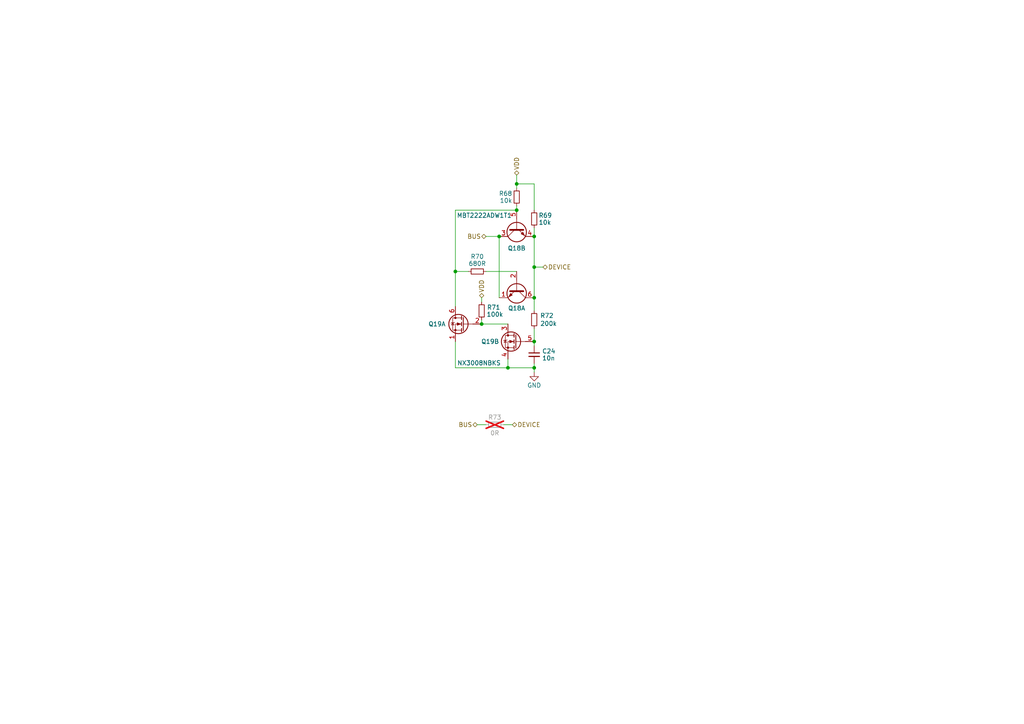
<source format=kicad_sch>
(kicad_sch (version 20250114) (generator "eeschema") (generator_version "9.0")
  (paper "A4")
  (title_block (title "Argus +Z Solar Panel") (date "2025-04-29") (rev "Rev 3.1") (company "Carnegie Mellon University") (comment 1 "N. Khera") (comment 2 "V. Kumar"))
  (lib_symbols
    (symbol "Argus-Miscellaneous:NX3008NBKS" (pin_names (offset 0.762) (hide yes))
      (property "Reference" "Q" (at 5.08 1.27 0))
      (property "Value" "NX3008NBKS" (at 5.08 -1.27 0))
      (symbol "NX3008NBKS_1_1"
        (polyline (pts (xy -1.016 1.905) (xy -1.016 -1.905)) (stroke (width 0.254)))
        (polyline (pts (xy -1.016 0) (xy -3.81 0)))
        (polyline (pts (xy -0.508 2.286) (xy -0.508 1.27)) (stroke (width 0.254)))
        (polyline (pts (xy -0.508 0.508) (xy -0.508 -0.508)) (stroke (width 0.254)))
        (polyline (pts (xy -0.508 -1.27) (xy -0.508 -2.286)) (stroke (width 0.254)))
        (polyline (pts (xy -0.508 -1.778) (xy 2.032 -1.778) (xy 2.032 1.778) (xy -0.508 1.778)))
        (polyline (pts (xy -0.254 0) (xy 0.762 0.381) (xy 0.762 -0.381) (xy -0.254 0)) (fill (type outline)))
        (circle (center 0.381 0) (radius 2.794) (stroke (width 0.254)))
        (polyline (pts (xy 1.27 2.54) (xy 1.27 1.778)))
        (circle (center 1.27 1.778) (radius 0.254) (fill (type outline)))
        (circle (center 1.27 -1.778) (radius 0.254) (fill (type outline)))
        (polyline (pts (xy 1.27 -2.54) (xy 1.27 0) (xy -0.508 0)))
        (polyline (pts (xy 1.524 0.508) (xy 1.651 0.381) (xy 2.413 0.381) (xy 2.54 0.254)))
        (polyline (pts (xy 2.032 0.381) (xy 1.651 -0.254) (xy 2.413 -0.254) (xy 2.032 0.381)))
        (pin input line (at -6.35 0 0) (length 2.54) (name "G2") (number "2"))
        (pin passive line (at 1.27 5.08 270) (length 2.54) (name "D1") (number "6"))
        (pin passive line (at 1.27 -5.08 90) (length 2.54) (name "S2") (number "1"))
      )
      (symbol "NX3008NBKS_2_1"
        (polyline (pts (xy -1.016 1.905) (xy -1.016 -1.905)) (stroke (width 0.254)))
        (polyline (pts (xy -1.016 0) (xy -3.81 0)))
        (polyline (pts (xy -0.508 2.286) (xy -0.508 1.27)) (stroke (width 0.254)))
        (polyline (pts (xy -0.508 0.508) (xy -0.508 -0.508)) (stroke (width 0.254)))
        (polyline (pts (xy -0.508 -1.27) (xy -0.508 -2.286)) (stroke (width 0.254)))
        (polyline (pts (xy -0.508 -1.778) (xy 2.032 -1.778) (xy 2.032 1.778) (xy -0.508 1.778)))
        (polyline (pts (xy -0.254 0) (xy 0.762 0.381) (xy 0.762 -0.381) (xy -0.254 0)) (fill (type outline)))
        (circle (center 0.381 0) (radius 2.794) (stroke (width 0.254)))
        (polyline (pts (xy 1.27 2.54) (xy 1.27 1.778)))
        (circle (center 1.27 1.778) (radius 0.254) (fill (type outline)))
        (circle (center 1.27 -1.778) (radius 0.254) (fill (type outline)))
        (polyline (pts (xy 1.27 -2.54) (xy 1.27 0) (xy -0.508 0)))
        (polyline (pts (xy 1.524 0.508) (xy 1.651 0.381) (xy 2.413 0.381) (xy 2.54 0.254)))
        (polyline (pts (xy 2.032 0.381) (xy 1.651 -0.254) (xy 2.413 -0.254) (xy 2.032 0.381)))
        (pin input line (at -6.35 0 0) (length 2.54) (name "G1") (number "5"))
        (pin passive line (at 1.27 5.08 270) (length 2.54) (name "D2") (number "3"))
        (pin passive line (at 1.27 -5.08 90) (length 2.54) (name "S1") (number "4"))
      )
    )
    (symbol "Device:C_Small" (pin_numbers (hide yes)) (pin_names (offset 0.254) (hide yes))
      (property "Reference" "C" (at 0.254 1.778 0))
      (property "Value" "C_Small" (at 0.254 -2.032 0))
      (symbol "C_Small_0_1"
        (polyline (pts (xy -1.524 0.508) (xy 1.524 0.508)) (stroke (width 0.3048)))
        (polyline (pts (xy -1.524 -0.508) (xy 1.524 -0.508)) (stroke (width 0.3302)))
      )
      (symbol "C_Small_1_1"
        (pin passive line (at 0 2.54 270) (length 2.032) (name "~") (number "1"))
        (pin passive line (at 0 -2.54 90) (length 2.032) (name "~") (number "2"))
      )
    )
    (symbol "Device:R_Small" (pin_numbers (hide yes)) (pin_names (offset 0.254) (hide yes))
      (property "Reference" "R" (at 0 0 90))
      (property "Value" "R_Small" (at 1.778 0 90))
      (symbol "R_Small_0_1"
        (rectangle (start -0.762 1.778) (end 0.762 -1.778) (stroke (width 0.2032)))
      )
      (symbol "R_Small_1_1"
        (pin passive line (at 0 2.54 270) (length 0.762) (name "~") (number "1"))
        (pin passive line (at 0 -2.54 90) (length 0.762) (name "~") (number "2"))
      )
    )
    (symbol "Transistor_BJT:MBT2222ADW1T1" (pin_names (offset 0) (hide yes))
      (property "Reference" "Q" (at 5.08 1.27 0))
      (property "Value" "MBT2222ADW1T1" (at 5.08 -1.27 0))
      (symbol "MBT2222ADW1T1_0_1"
        (polyline (pts (xy 0.635 1.905) (xy 0.635 -1.905)) (stroke (width 0.508)))
        (polyline (pts (xy 0.635 0.635) (xy 2.54 2.54)))
        (polyline (pts (xy 0.635 0) (xy -2.54 0)))
        (polyline (pts (xy 0.635 -0.635) (xy 2.54 -2.54)))
        (circle (center 1.27 0) (radius 2.8194) (stroke (width 0.254)))
        (polyline (pts (xy 1.27 -1.778) (xy 1.778 -1.27) (xy 2.286 -2.286) (xy 1.27 -1.778)) (fill (type outline)))
      )
      (symbol "MBT2222ADW1T1_1_1"
        (pin input line (at -5.08 0 0) (length 2.54) (name "B1") (number "2"))
        (pin passive line (at 2.54 5.08 270) (length 2.54) (name "C1") (number "6"))
        (pin passive line (at 2.54 -5.08 90) (length 2.54) (name "E1") (number "1"))
      )
      (symbol "MBT2222ADW1T1_2_1"
        (pin input line (at -5.08 0 0) (length 2.54) (name "B2") (number "5"))
        (pin passive line (at 2.54 5.08 270) (length 2.54) (name "C2") (number "3"))
        (pin passive line (at 2.54 -5.08 90) (length 2.54) (name "E2") (number "4"))
      )
    )
    (symbol "power:GND" (power) (pin_numbers (hide yes)) (pin_names (offset 0) (hide yes))
      (property "Value" "GND" (at 0 -3.81 0))
      (symbol "GND_0_1"
        (polyline (pts (xy 0 0) (xy 0 -1.27) (xy 1.27 -1.27) (xy 0 -2.54) (xy -1.27 -1.27) (xy 0 -1.27)))
      )
      (symbol "GND_1_1"
        (pin power_in line (at 0 0 270) (length 0) (name "~") (number "1"))
      )
    )
  )
  (junction (at 154.94 99.06))
  (junction (at 149.86 53.34))
  (junction (at 144.78 68.58))
  (junction (at 147.32 106.68))
  (junction (at 154.94 68.58))
  (junction (at 132.08 78.74))
  (junction (at 154.94 77.47))
  (junction (at 154.94 86.36))
  (junction (at 149.86 60.96))
  (junction (at 139.7 93.98))
  (junction (at 154.94 106.68))
  (wire (pts (xy 138.43 123.19) (xy 140.97 123.19)))
  (wire (pts (xy 139.7 86.36) (xy 139.7 87.63)))
  (wire (pts (xy 154.94 53.34) (xy 149.86 53.34)))
  (wire (pts (xy 154.94 86.36) (xy 154.94 77.47)))
  (wire (pts (xy 132.08 78.74) (xy 135.89 78.74)))
  (wire (pts (xy 154.94 99.06) (xy 154.94 100.33)))
  (wire (pts (xy 154.94 95.25) (xy 154.94 99.06)))
  (wire (pts (xy 149.86 59.69) (xy 149.86 60.96)))
  (wire (pts (xy 149.86 53.34) (xy 149.86 54.61)))
  (wire (pts (xy 132.08 106.68) (xy 147.32 106.68)))
  (wire (pts (xy 149.86 50.8) (xy 149.86 53.34)))
  (wire (pts (xy 157.48 77.47) (xy 154.94 77.47)))
  (wire (pts (xy 154.94 86.36) (xy 154.94 90.17)))
  (wire (pts (xy 144.78 68.58) (xy 144.78 86.36)))
  (wire (pts (xy 146.05 123.19) (xy 148.59 123.19)))
  (wire (pts (xy 140.97 78.74) (xy 149.86 78.74)))
  (wire (pts (xy 132.08 78.74) (xy 132.08 60.96)))
  (wire (pts (xy 154.94 107.95) (xy 154.94 106.68)))
  (wire (pts (xy 140.97 68.58) (xy 144.78 68.58)))
  (wire (pts (xy 154.94 53.34) (xy 154.94 60.96)))
  (wire (pts (xy 132.08 99.06) (xy 132.08 106.68)))
  (wire (pts (xy 132.08 60.96) (xy 149.86 60.96)))
  (wire (pts (xy 154.94 105.41) (xy 154.94 106.68)))
  (wire (pts (xy 154.94 66.04) (xy 154.94 68.58)))
  (wire (pts (xy 132.08 88.9) (xy 132.08 78.74)))
  (wire (pts (xy 139.7 92.71) (xy 139.7 93.98)))
  (wire (pts (xy 147.32 104.14) (xy 147.32 106.68)))
  (wire (pts (xy 147.32 106.68) (xy 154.94 106.68)))
  (wire (pts (xy 139.7 93.98) (xy 147.32 93.98)))
  (wire (pts (xy 154.94 77.47) (xy 154.94 68.58)))
  (hierarchical_label "BUS" (shape bidirectional) (at 140.97 68.58 180))
  (hierarchical_label "DEVICE" (shape bidirectional) (at 148.59 123.19 0))
  (hierarchical_label "DEVICE" (shape bidirectional) (at 157.48 77.47 0))
  (hierarchical_label "VDD" (shape bidirectional) (at 149.86 50.8 90))
  (hierarchical_label "BUS" (shape bidirectional) (at 138.43 123.19 180))
  (hierarchical_label "VDD" (shape bidirectional) (at 139.7 86.36 90))
  (symbol (lib_id "Device:R_Small") (at 154.94 63.5 0) (unit 1)
    (property "Reference" "R6" (at 156.21 62.484 0) (effects (justify left)))
    (property "Value" "10k" (at 156.21 64.516 0) (effects (justify left)))
    (property "Footprint" "Resistor_SMD:R_0603_1608Metric" (effects (hide yes)))
    (property "Description" "Resistor, small symbol" (effects (hide yes)))
    (property "MPN" "C2479067" (effects (hide yes)))
    (instances (project "Z+" (path "" (reference "R69") (unit 1)) (path "" (reference "R75") (unit 1)) (path "" (reference "R48") (unit 1)) (path "" (reference "R36") (unit 1)) (path "" (reference "R42") (unit 1)) (path "" (reference "R18") (unit 1)) (path "" (reference "R12") (unit 1)) (path "" (reference "R24") (unit 1)) (path "" (reference "R6") (unit 1)) (path "" (reference "R30") (unit 1)) (path "" (reference "R102") (unit 1)) (path "" (reference "R96") (unit 1))))
  )
  (symbol (lib_id "Device:R_Small") (at 149.86 57.15 0) (unit 1)
    (property "Reference" "R5" (at 148.59 56.134 0) (effects (justify right)))
    (property "Value" "10k" (at 148.59 58.166 0) (effects (justify right)))
    (property "Footprint" "Resistor_SMD:R_0603_1608Metric" (effects (hide yes)))
    (property "Description" "Resistor, small symbol" (effects (hide yes)))
    (property "MPN" "C2479067" (effects (hide yes)))
    (instances (project "Z+" (path "" (reference "R68") (unit 1)) (path "" (reference "R74") (unit 1)) (path "" (reference "R47") (unit 1)) (path "" (reference "R35") (unit 1)) (path "" (reference "R41") (unit 1)) (path "" (reference "R17") (unit 1)) (path "" (reference "R11") (unit 1)) (path "" (reference "R23") (unit 1)) (path "" (reference "R5") (unit 1)) (path "" (reference "R29") (unit 1)) (path "" (reference "R101") (unit 1)) (path "" (reference "R95") (unit 1))))
  )
  (symbol (lib_id "Device:R_Small") (at 154.94 92.71 0) (unit 1)
    (property "Reference" "R9" (at 156.6672 91.5416 0) (effects (justify left)))
    (property "Value" "200k" (at 156.6672 93.853 0) (effects (justify left)))
    (property "Footprint" "Resistor_SMD:R_0603_1608Metric" (effects (hide yes)))
    (property "Description" "Resistor, small symbol" (effects (hide yes)))
    (property "MPN" "C118142" (effects (hide yes)))
    (instances (project "Z+" (path "" (reference "R72") (unit 1)) (path "" (reference "R78") (unit 1)) (path "" (reference "R51") (unit 1)) (path "" (reference "R39") (unit 1)) (path "" (reference "R45") (unit 1)) (path "" (reference "R21") (unit 1)) (path "" (reference "R15") (unit 1)) (path "" (reference "R27") (unit 1)) (path "" (reference "R9") (unit 1)) (path "" (reference "R33") (unit 1)) (path "" (reference "R105") (unit 1)) (path "" (reference "R99") (unit 1))))
  )
  (symbol (lib_id "Transistor_BJT:MBT2222ADW1T1") (at 149.86 83.82 270) (unit 1)
    (property "Reference" "Q1" (at 149.86 89.408 90))
    (property "Value" "MBT2222ADW1T1" (effects (hide yes)))
    (property "Footprint" "Package_TO_SOT_SMD:SOT-363_SC-70-6" (effects (hide yes)))
    (property "Datasheet" "http://www.onsemi.com/pub_link/Collateral/MBT2222ADW1T1-D.PDF" (effects (hide yes)))
    (property "Description" "600mA IC, 40V Vce, Dual NPN/NPN Transistors, SOT-363" (effects (hide yes)))
    (property "Flight" "MBT2222ADW1T1G" (effects (hide yes)))
    (property "Manufacturer_Name" "ON Semiconductor" (effects (hide yes)))
    (property "Manufacturer_Part_Number" "MBT2222ADW1T1G" (effects (hide yes)))
    (property "Proto" "MBT2222ADW1T1G" (effects (hide yes)))
    (instances (project "Z+" (path "" (reference "Q18") (unit 1)) (path "" (reference "Q20") (unit 1)) (path "" (reference "Q15") (unit 1)) (path "" (reference "Q11") (unit 1)) (path "" (reference "Q13") (unit 1)) (path "" (reference "Q5") (unit 1)) (path "" (reference "Q3") (unit 1)) (path "" (reference "Q7") (unit 1)) (path "" (reference "Q1") (unit 1)) (path "" (reference "Q9") (unit 1)) (path "" (reference "Q26") (unit 1)) (path "" (reference "Q24") (unit 1))))
  )
  (symbol (lib_id "power:GND") (at 154.94 107.95 0) (unit 1)
    (property "Reference" "#PWR09" (effects (hide yes)))
    (property "Value" "GND" (at 154.94 111.76 0))
    (instances (project "Z+" (path "" (reference "#PWR047") (unit 1)) (path "" (reference "#PWR048") (unit 1)) (path "" (reference "#PWR053") (unit 1)) (path "" (reference "#PWR051") (unit 1)) (path "" (reference "#PWR052") (unit 1)) (path "" (reference "#PWR020") (unit 1)) (path "" (reference "#PWR010") (unit 1)) (path "" (reference "#PWR049") (unit 1)) (path "" (reference "#PWR09") (unit 1)) (path "" (reference "#PWR050") (unit 1)) (path "" (reference "#PWR039") (unit 1)) (path "" (reference "#PWR038") (unit 1))))
  )
  (symbol (lib_id "Device:R_Small") (at 139.7 90.17 0) (unit 1)
    (property "Reference" "R8" (at 141.224 89.154 0) (effects (justify left)))
    (property "Value" "100k" (at 141.097 91.186 0) (effects (justify left)))
    (property "Footprint" "Resistor_SMD:R_0603_1608Metric" (effects (hide yes)))
    (property "Description" "Resistor, small symbol" (effects (hide yes)))
    (property "MPN" "C237792" (effects (hide yes)))
    (instances (project "Z+" (path "" (reference "R71") (unit 1)) (path "" (reference "R77") (unit 1)) (path "" (reference "R50") (unit 1)) (path "" (reference "R38") (unit 1)) (path "" (reference "R44") (unit 1)) (path "" (reference "R20") (unit 1)) (path "" (reference "R14") (unit 1)) (path "" (reference "R26") (unit 1)) (path "" (reference "R8") (unit 1)) (path "" (reference "R32") (unit 1)) (path "" (reference "R104") (unit 1)) (path "" (reference "R98") (unit 1))))
  )
  (symbol (lib_id "Argus-Miscellaneous:NX3008NBKS") (at 133.35 93.98 0) (mirror y) (unit 1)
    (property "Reference" "Q2" (at 129.286 93.98 0) (effects (justify left)))
    (property "Value" "NX3008NBKS" (at 145.288 105.283 0) (effects (justify left)))
    (property "Footprint" "Package_TO_SOT_SMD:SOT-363_SC-70-6" (effects (hide yes)))
    (property "Datasheet" "https://assets.nexperia.com/documents/data-sheet/NX3008NBKS.pdf" (effects (hide yes)))
    (property "Description" "Dual N-Channel MOSFET - 2NMOS" (effects (hide yes)))
    (property "MPN" "C3280240" (effects (hide yes)))
    (instances (project "Z+" (path "" (reference "Q19") (unit 1)) (path "" (reference "Q21") (unit 1)) (path "" (reference "Q16") (unit 1)) (path "" (reference "Q12") (unit 1)) (path "" (reference "Q14") (unit 1)) (path "" (reference "Q6") (unit 1)) (path "" (reference "Q4") (unit 1)) (path "" (reference "Q8") (unit 1)) (path "" (reference "Q2") (unit 1)) (path "" (reference "Q10") (unit 1)) (path "" (reference "Q27") (unit 1)) (path "" (reference "Q25") (unit 1))))
  )
  (symbol (lib_id "Device:R_Small") (at 138.43 78.74 270) (unit 1)
    (property "Reference" "R7" (at 138.43 74.422 90))
    (property "Value" "680R" (at 138.43 76.454 90))
    (property "Footprint" "Resistor_SMD:R_0603_1608Metric" (effects (hide yes)))
    (property "Description" "Resistor, small symbol" (effects (hide yes)))
    (property "MPN" "C844802" (effects (hide yes)))
    (instances (project "Z+" (path "" (reference "R70") (unit 1)) (path "" (reference "R76") (unit 1)) (path "" (reference "R49") (unit 1)) (path "" (reference "R37") (unit 1)) (path "" (reference "R43") (unit 1)) (path "" (reference "R19") (unit 1)) (path "" (reference "R13") (unit 1)) (path "" (reference "R25") (unit 1)) (path "" (reference "R7") (unit 1)) (path "" (reference "R31") (unit 1)) (path "" (reference "R103") (unit 1)) (path "" (reference "R97") (unit 1))))
  )
  (symbol (lib_id "Device:C_Small") (at 154.94 102.87 0) (unit 1)
    (property "Reference" "C5" (at 157.226 101.854 0) (effects (justify left)))
    (property "Value" "10n" (at 157.226 103.886 0) (effects (justify left)))
    (property "Footprint" "Capacitor_SMD:C_0603_1608Metric" (effects (hide yes)))
    (property "Description" "Unpolarized capacitor, small symbol" (effects (hide yes)))
    (property "MPN" "C161232" (effects (hide yes)))
    (instances (project "Z+" (path "" (reference "C24") (unit 1)) (path "" (reference "C25") (unit 1)) (path "" (reference "C12") (unit 1)) (path "" (reference "C10") (unit 1)) (path "" (reference "C11") (unit 1)) (path "" (reference "C7") (unit 1)) (path "" (reference "C6") (unit 1)) (path "" (reference "C8") (unit 1)) (path "" (reference "C5") (unit 1)) (path "" (reference "C9") (unit 1)) (path "" (reference "C31") (unit 1)) (path "" (reference "C30") (unit 1))))
  )
  (symbol (lib_id "Device:R_Small") (at 143.51 123.19 270) (unit 1) (in_bom no) (dnp yes)
    (property "Reference" "R10" (at 143.51 121.031 90))
    (property "Value" "0R" (at 143.51 125.603 90))
    (property "Footprint" "Resistor_SMD:R_0603_1608Metric" (effects (hide yes)))
    (property "Description" "Resistor, small symbol" (effects (hide yes)))
    (property "DNI" "DNI" (effects (hide yes)))
    (instances (project "Z+" (path "" (reference "R73") (unit 1)) (path "" (reference "R79") (unit 1)) (path "" (reference "R52") (unit 1)) (path "" (reference "R40") (unit 1)) (path "" (reference "R46") (unit 1)) (path "" (reference "R22") (unit 1)) (path "" (reference "R16") (unit 1)) (path "" (reference "R28") (unit 1)) (path "" (reference "R10") (unit 1)) (path "" (reference "R34") (unit 1)) (path "" (reference "R106") (unit 1)) (path "" (reference "R100") (unit 1))))
  )
  (symbol (lib_id "Transistor_BJT:MBT2222ADW1T1") (at 149.86 66.04 90) (mirror x) (unit 2)
    (property "Reference" "Q1" (at 149.86 72.009 90))
    (property "Value" "MBT2222ADW1T1" (at 140.462 62.484 90))
    (property "Footprint" "Package_TO_SOT_SMD:SOT-363_SC-70-6" (effects (hide yes)))
    (property "Datasheet" "http://www.onsemi.com/pub_link/Collateral/MBT2222ADW1T1-D.PDF" (effects (hide yes)))
    (property "Description" "600mA IC, 40V Vce, Dual NPN/NPN Transistors, SOT-363" (effects (hide yes)))
    (property "Flight" "MBT2222ADW1T1G" (effects (hide yes)))
    (property "Manufacturer_Name" "ON Semiconductor" (effects (hide yes)))
    (property "Manufacturer_Part_Number" "MBT2222ADW1T1G" (effects (hide yes)))
    (property "Proto" "MBT2222ADW1T1G" (effects (hide yes)))
    (instances (project "Z+" (path "" (reference "Q18") (unit 2)) (path "" (reference "Q20") (unit 2)) (path "" (reference "Q15") (unit 2)) (path "" (reference "Q11") (unit 2)) (path "" (reference "Q13") (unit 2)) (path "" (reference "Q5") (unit 2)) (path "" (reference "Q3") (unit 2)) (path "" (reference "Q7") (unit 2)) (path "" (reference "Q1") (unit 2)) (path "" (reference "Q9") (unit 2)) (path "" (reference "Q26") (unit 2)) (path "" (reference "Q24") (unit 2))))
  )
  (symbol (lib_id "Argus-Miscellaneous:NX3008NBKS") (at 148.59 99.06 0) (mirror y) (unit 2)
    (property "Reference" "Q2" (at 144.78 99.06 0) (effects (justify left)))
    (property "Value" "NX3008NBKS" (effects (hide yes)))
    (property "Footprint" "Package_TO_SOT_SMD:SOT-363_SC-70-6" (effects (hide yes)))
    (property "Datasheet" "https://assets.nexperia.com/documents/data-sheet/NX3008NBKS.pdf" (effects (hide yes)))
    (property "Description" "Dual N-Channel MOSFET - 2NMOS" (effects (hide yes)))
    (property "MPN" "C3280240" (effects (hide yes)))
    (instances (project "Z+" (path "" (reference "Q19") (unit 2)) (path "" (reference "Q21") (unit 2)) (path "" (reference "Q16") (unit 2)) (path "" (reference "Q12") (unit 2)) (path "" (reference "Q14") (unit 2)) (path "" (reference "Q6") (unit 2)) (path "" (reference "Q4") (unit 2)) (path "" (reference "Q8") (unit 2)) (path "" (reference "Q2") (unit 2)) (path "" (reference "Q10") (unit 2)) (path "" (reference "Q27") (unit 2)) (path "" (reference "Q25") (unit 2))))
  )
)
</source>
